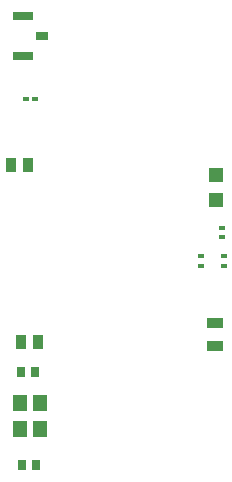
<source format=gtp>
G04*
G04 #@! TF.GenerationSoftware,Altium Limited,Altium Designer,25.4.2 (15)*
G04*
G04 Layer_Color=8421504*
%FSLAX44Y44*%
%MOMM*%
G71*
G04*
G04 #@! TF.SameCoordinates,A96A63F0-213E-4ED1-A765-ED1990C429BC*
G04*
G04*
G04 #@! TF.FilePolarity,Positive*
G04*
G01*
G75*
%ADD16R,0.7500X0.9000*%
%ADD17R,1.2000X1.4000*%
%ADD18R,0.5000X0.4000*%
%ADD19R,1.4500X0.9500*%
%ADD20R,1.2000X1.2000*%
%ADD21R,0.5000X0.4500*%
%ADD22R,0.9578X1.2621*%
%ADD23R,1.1000X0.8000*%
%ADD24R,1.7000X0.8000*%
D16*
X946850Y372110D02*
D03*
X958850D02*
D03*
X957580Y450850D02*
D03*
X945580D02*
D03*
D17*
X945270Y403020D02*
D03*
Y425020D02*
D03*
X962270D02*
D03*
Y403020D02*
D03*
D18*
X1098550Y541020D02*
D03*
Y549020D02*
D03*
X1117600Y548830D02*
D03*
Y540830D02*
D03*
X1116330Y573150D02*
D03*
Y565150D02*
D03*
D19*
X1109980Y492350D02*
D03*
Y472850D02*
D03*
D20*
X1111250Y617900D02*
D03*
Y596900D02*
D03*
D21*
X950080Y681990D02*
D03*
X957580D02*
D03*
D22*
X945576Y476250D02*
D03*
X960120D02*
D03*
X937608Y626110D02*
D03*
X952152D02*
D03*
D23*
X963930Y735330D02*
D03*
D24*
X947430Y752330D02*
D03*
Y718330D02*
D03*
M02*

</source>
